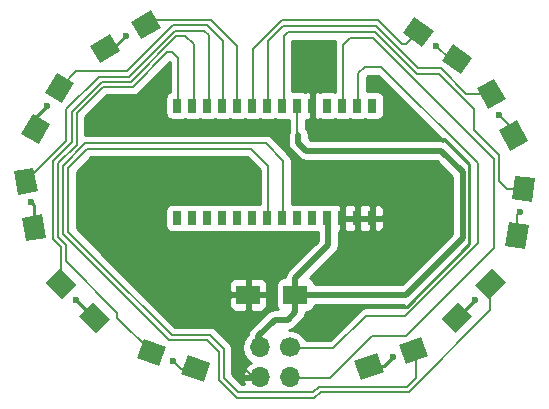
<source format=gbl>
G04 #@! TF.FileFunction,Copper,L2,Bot,Signal*
%FSLAX46Y46*%
G04 Gerber Fmt 4.6, Leading zero omitted, Abs format (unit mm)*
G04 Created by KiCad (PCBNEW 4.0.7) date 06/13/18 17:28:52*
%MOMM*%
%LPD*%
G01*
G04 APERTURE LIST*
%ADD10C,0.100000*%
%ADD11C,1.700000*%
%ADD12O,1.700000X1.700000*%
%ADD13R,2.000000X1.600000*%
%ADD14R,0.762000X1.143000*%
%ADD15C,0.600000*%
%ADD16C,0.200000*%
%ADD17C,0.500000*%
%ADD18C,0.250000*%
%ADD19C,0.254000*%
G04 APERTURE END LIST*
D10*
D11*
X101270000Y-115730000D03*
D12*
X101270000Y-118270000D03*
X98730000Y-115730000D03*
X98730000Y-118270000D03*
D10*
G36*
X118360280Y-109037638D02*
X119562362Y-110239720D01*
X118148148Y-111653934D01*
X116946066Y-110451852D01*
X118360280Y-109037638D01*
X118360280Y-109037638D01*
G37*
G36*
X115531852Y-111866066D02*
X116733934Y-113068148D01*
X115319720Y-114482362D01*
X114117638Y-113280280D01*
X115531852Y-111866066D01*
X115531852Y-111866066D01*
G37*
G36*
X112383360Y-114824701D02*
X112964795Y-116422179D01*
X111085410Y-117106219D01*
X110503975Y-115508741D01*
X112383360Y-114824701D01*
X112383360Y-114824701D01*
G37*
G36*
X108624590Y-116192781D02*
X109206025Y-117790259D01*
X107326640Y-118474299D01*
X106745205Y-116876821D01*
X108624590Y-116192781D01*
X108624590Y-116192781D01*
G37*
G36*
X120352791Y-101177899D02*
X122036247Y-101414493D01*
X121757901Y-103395029D01*
X120074445Y-103158435D01*
X120352791Y-101177899D01*
X120352791Y-101177899D01*
G37*
G36*
X119796099Y-105138971D02*
X121479555Y-105375565D01*
X121201209Y-107356101D01*
X119517753Y-107119507D01*
X119796099Y-105138971D01*
X119796099Y-105138971D01*
G37*
G36*
X117094080Y-93762208D02*
X118595091Y-92964107D01*
X119534034Y-94730002D01*
X118033023Y-95528103D01*
X117094080Y-93762208D01*
X117094080Y-93762208D01*
G37*
G36*
X118971966Y-97293998D02*
X120472977Y-96495897D01*
X121411920Y-98261792D01*
X119910909Y-99059893D01*
X118971966Y-97293998D01*
X118971966Y-97293998D01*
G37*
G36*
X110847004Y-89145550D02*
X111822084Y-87752991D01*
X113460388Y-88900144D01*
X112485308Y-90292703D01*
X110847004Y-89145550D01*
X110847004Y-89145550D01*
G37*
G36*
X114123612Y-91439856D02*
X115098692Y-90047297D01*
X116736996Y-91194450D01*
X115761916Y-92587009D01*
X114123612Y-91439856D01*
X114123612Y-91439856D01*
G37*
G36*
X89549076Y-87171878D02*
X90399076Y-88644122D01*
X88667026Y-89644122D01*
X87817026Y-88171878D01*
X89549076Y-87171878D01*
X89549076Y-87171878D01*
G37*
G36*
X86084974Y-89171878D02*
X86934974Y-90644122D01*
X85202924Y-91644122D01*
X84352924Y-90171878D01*
X86084974Y-89171878D01*
X86084974Y-89171878D01*
G37*
G36*
X81535878Y-92480924D02*
X83008122Y-93330924D01*
X82008122Y-95062974D01*
X80535878Y-94212974D01*
X81535878Y-92480924D01*
X81535878Y-92480924D01*
G37*
G36*
X79535878Y-95945026D02*
X81008122Y-96795026D01*
X80008122Y-98527076D01*
X78535878Y-97677076D01*
X79535878Y-95945026D01*
X79535878Y-95945026D01*
G37*
G36*
X77889969Y-100825177D02*
X79564142Y-100529975D01*
X79911439Y-102499591D01*
X78237266Y-102794793D01*
X77889969Y-100825177D01*
X77889969Y-100825177D01*
G37*
G36*
X78584561Y-104764409D02*
X80258734Y-104469207D01*
X80606031Y-106438823D01*
X78931858Y-106734025D01*
X78584561Y-104764409D01*
X78584561Y-104764409D01*
G37*
G36*
X80589638Y-110239720D02*
X81791720Y-109037638D01*
X83205934Y-110451852D01*
X82003852Y-111653934D01*
X80589638Y-110239720D01*
X80589638Y-110239720D01*
G37*
G36*
X83418066Y-113068148D02*
X84620148Y-111866066D01*
X86034362Y-113280280D01*
X84832280Y-114482362D01*
X83418066Y-113068148D01*
X83418066Y-113068148D01*
G37*
G36*
X88330205Y-116612679D02*
X88911640Y-115015201D01*
X90791025Y-115699241D01*
X90209590Y-117296719D01*
X88330205Y-116612679D01*
X88330205Y-116612679D01*
G37*
G36*
X92088975Y-117980759D02*
X92670410Y-116383281D01*
X94549795Y-117067321D01*
X93968360Y-118664799D01*
X92088975Y-117980759D01*
X92088975Y-117980759D01*
G37*
D13*
X101745800Y-111252000D03*
X97745800Y-111252000D03*
D14*
X91745000Y-95250200D03*
X93015000Y-95250200D03*
X94285000Y-95250200D03*
X95555000Y-95250200D03*
X96825000Y-95250200D03*
X98095000Y-95250200D03*
X99365000Y-95250200D03*
X100635000Y-95250200D03*
X101905000Y-95250200D03*
X103175000Y-95250200D03*
X105715000Y-95250200D03*
X104445000Y-95250200D03*
X106985000Y-95250200D03*
X108255000Y-95250200D03*
X108255000Y-104775200D03*
X106985000Y-104775200D03*
X105715000Y-104775200D03*
X104445000Y-104775200D03*
X103175000Y-104775200D03*
X101905000Y-104775200D03*
X100635000Y-104775200D03*
X99365000Y-104775200D03*
X98095000Y-104775200D03*
X96825000Y-104775200D03*
X95555000Y-104775200D03*
X94285000Y-104775200D03*
X93015000Y-104775200D03*
X91745000Y-104775200D03*
D15*
X94996000Y-109728000D03*
X104140000Y-109728000D03*
X94996000Y-112268000D03*
X104140000Y-112268000D03*
X91389200Y-116878100D03*
X83174840Y-111749840D03*
X79364840Y-103444040D03*
X80736440Y-95290640D03*
X87401400Y-89347040D03*
X113665000Y-90170000D03*
X118999000Y-96012000D03*
X120777000Y-104267000D03*
X116954300Y-111709200D03*
X110032800Y-116573300D03*
D16*
X101905000Y-95250200D02*
X101905000Y-97841000D01*
X101905000Y-97841000D02*
X101981000Y-97917000D01*
D17*
X101745800Y-111252000D02*
X101745800Y-109823500D01*
X104521000Y-107048300D02*
X104521000Y-104851200D01*
X101745800Y-109823500D02*
X104521000Y-107048300D01*
X101981000Y-97713800D02*
X101981000Y-97917000D01*
X101981000Y-97917000D02*
X101981000Y-98402140D01*
X111099600Y-111252000D02*
X101745800Y-111252000D01*
X115895120Y-106456480D02*
X111099600Y-111252000D01*
X115895120Y-100904040D02*
X115895120Y-106456480D01*
X114071400Y-99080320D02*
X115895120Y-100904040D01*
X102659180Y-99080320D02*
X114071400Y-99080320D01*
X101981000Y-98402140D02*
X102659180Y-99080320D01*
X98567240Y-115813840D02*
X98567240Y-114792760D01*
X98567240Y-114792760D02*
X99974400Y-113385600D01*
X99974400Y-113385600D02*
X101079300Y-113385600D01*
X101079300Y-113385600D02*
X101745800Y-112719100D01*
X101745800Y-112719100D02*
X101745800Y-111252000D01*
D16*
X101981000Y-97713800D02*
X101983540Y-97716340D01*
X105715000Y-104775200D02*
X105715000Y-108153000D01*
X96520000Y-111252000D02*
X97745800Y-111252000D01*
X94996000Y-109728000D02*
X96520000Y-111252000D01*
X105715000Y-108153000D02*
X104140000Y-109728000D01*
D18*
X103251000Y-95326200D02*
X103251000Y-97663000D01*
X96012000Y-111252000D02*
X97745800Y-111252000D01*
X94996000Y-112268000D02*
X96012000Y-111252000D01*
X111209756Y-112268000D02*
X104140000Y-112268000D01*
X116470122Y-107007634D02*
X111209756Y-112268000D01*
X116470122Y-100214122D02*
X116470122Y-107007634D01*
X114300000Y-98044000D02*
X116470122Y-100214122D01*
X103632000Y-98044000D02*
X114300000Y-98044000D01*
X103251000Y-97663000D02*
X103632000Y-98044000D01*
D16*
X98567240Y-118353840D02*
X98237040Y-118353840D01*
X98237040Y-118353840D02*
X96545400Y-116662200D01*
X97786440Y-113135160D02*
X97786440Y-111170720D01*
X96545400Y-114376200D02*
X97786440Y-113135160D01*
X96545400Y-116662200D02*
X96545400Y-114376200D01*
X98567240Y-118353840D02*
X98432620Y-118353840D01*
X93319385Y-117524040D02*
X92035140Y-117524040D01*
X92035140Y-117524040D02*
X91389200Y-116878100D01*
D18*
X84726214Y-113174214D02*
X84599214Y-113174214D01*
X84599214Y-113174214D02*
X83174840Y-111749840D01*
X79595296Y-105601616D02*
X79595296Y-103674496D01*
X79595296Y-103674496D02*
X79364840Y-103444040D01*
X79772000Y-97236051D02*
X79772000Y-96255080D01*
X79772000Y-96255080D02*
X80736440Y-95290640D01*
X85643949Y-90408000D02*
X86340440Y-90408000D01*
X86340440Y-90408000D02*
X87401400Y-89347040D01*
D16*
X115430304Y-91317153D02*
X114812153Y-91317153D01*
X114812153Y-91317153D02*
X113665000Y-90170000D01*
X118999000Y-96012000D02*
X120191943Y-97204943D01*
X120191943Y-97204943D02*
X120191943Y-97777895D01*
X120498654Y-106247536D02*
X120498654Y-104545346D01*
X120498654Y-104545346D02*
X120777000Y-104267000D01*
D18*
X115425786Y-113174214D02*
X115489286Y-113174214D01*
X115489286Y-113174214D02*
X116954300Y-111709200D01*
X115425786Y-113174214D02*
X115501986Y-113174214D01*
X109272560Y-117333540D02*
X110032800Y-116573300D01*
X107975615Y-117333540D02*
X109272560Y-117333540D01*
D16*
X91841320Y-95323660D02*
X91841320Y-91257120D01*
X91841320Y-91257120D02*
X91313000Y-90728800D01*
X91313000Y-90728800D02*
X90876120Y-90728800D01*
X90876120Y-90728800D02*
X87955120Y-93649800D01*
X87955120Y-93649800D02*
X85486240Y-93649800D01*
X85486240Y-93649800D02*
X83215480Y-95920560D01*
X83215480Y-95920560D02*
X83215480Y-98567240D01*
X83215480Y-98567240D02*
X81666080Y-100116640D01*
X81666080Y-100116640D02*
X81666080Y-106385360D01*
X81666080Y-106385360D02*
X82326480Y-107045760D01*
X82326480Y-107045760D02*
X82326480Y-108422440D01*
X82326480Y-108422440D02*
X86680040Y-112776000D01*
X86680040Y-112776000D02*
X86680040Y-113275385D01*
X86680040Y-113275385D02*
X89560615Y-116155960D01*
X93131640Y-95300800D02*
X93131640Y-90073480D01*
X93131640Y-90073480D02*
X92410280Y-89352120D01*
X92410280Y-89352120D02*
X91658440Y-89352120D01*
X91658440Y-89352120D02*
X87797640Y-93212920D01*
X87797640Y-93212920D02*
X85338920Y-93212920D01*
X85338920Y-93212920D02*
X82788760Y-95763080D01*
X82788760Y-95763080D02*
X82788760Y-98343720D01*
X82788760Y-98343720D02*
X81193640Y-99938840D01*
X81193640Y-99938840D02*
X81193640Y-106527600D01*
X81193640Y-106527600D02*
X81897786Y-107231746D01*
X81897786Y-107231746D02*
X81897786Y-110345786D01*
D18*
X82023654Y-110345786D02*
X81897786Y-110345786D01*
D16*
X94401640Y-95260160D02*
X94401640Y-89296240D01*
X94401640Y-89296240D02*
X94035880Y-88930480D01*
X94035880Y-88930480D02*
X91511120Y-88930480D01*
X91511120Y-88930480D02*
X87640160Y-92801440D01*
X87640160Y-92801440D02*
X85095080Y-92801440D01*
X85095080Y-92801440D02*
X82341720Y-95554800D01*
X82341720Y-95554800D02*
X82341720Y-98221368D01*
X82341720Y-98221368D02*
X78900704Y-101662384D01*
X95631000Y-95321120D02*
X95631000Y-89794080D01*
X95631000Y-89794080D02*
X94269560Y-88432640D01*
X94269560Y-88432640D02*
X91363800Y-88432640D01*
X91363800Y-88432640D02*
X87452200Y-92344240D01*
X87452200Y-92344240D02*
X83199709Y-92344240D01*
X83199709Y-92344240D02*
X81772000Y-93771949D01*
X96840040Y-95239840D02*
X96840040Y-90246200D01*
X96840040Y-90246200D02*
X94609920Y-88016080D01*
X94609920Y-88016080D02*
X89108051Y-88016080D01*
D18*
X89108051Y-88574651D02*
X89108051Y-88016080D01*
D16*
X98150680Y-95239840D02*
X98150680Y-90444320D01*
X111133543Y-90043000D02*
X112153696Y-89022847D01*
X110744000Y-90043000D02*
X111133543Y-90043000D01*
X108712000Y-88011000D02*
X110744000Y-90043000D01*
X100584000Y-88011000D02*
X108712000Y-88011000D01*
X98150680Y-90444320D02*
X100584000Y-88011000D01*
D18*
X112556616Y-89237237D02*
X111563837Y-89237237D01*
D16*
X99420680Y-95300800D02*
X99420680Y-89809320D01*
X116217105Y-94246105D02*
X118314057Y-94246105D01*
X114046000Y-92075000D02*
X116217105Y-94246105D01*
X112141000Y-92075000D02*
X114046000Y-92075000D01*
X108585000Y-88519000D02*
X112141000Y-92075000D01*
X100711000Y-88519000D02*
X108585000Y-88519000D01*
X99420680Y-89809320D02*
X100711000Y-88519000D01*
X100751640Y-95422720D02*
X100751640Y-89367360D01*
X119685464Y-102286464D02*
X121055346Y-102286464D01*
X118999000Y-101600000D02*
X119685464Y-102286464D01*
X118999000Y-99441000D02*
X118999000Y-101600000D01*
X116840000Y-97282000D02*
X118999000Y-99441000D01*
X116840000Y-95504000D02*
X116840000Y-97282000D01*
X113919000Y-92583000D02*
X116840000Y-95504000D01*
X112014000Y-92583000D02*
X113919000Y-92583000D01*
X108458000Y-89027000D02*
X112014000Y-92583000D01*
X101092000Y-89027000D02*
X108458000Y-89027000D01*
X100751640Y-89367360D02*
X101092000Y-89027000D01*
X100711000Y-104851200D02*
X100711000Y-99949000D01*
X118254214Y-112593686D02*
X118254214Y-110345786D01*
X111381540Y-119466360D02*
X118254214Y-112593686D01*
X103906320Y-119466360D02*
X111381540Y-119466360D01*
X103357680Y-120015000D02*
X103906320Y-119466360D01*
X96758760Y-120015000D02*
X103357680Y-120015000D01*
X95262700Y-118518940D02*
X96758760Y-120015000D01*
X95262700Y-116103400D02*
X95262700Y-118518940D01*
X94292420Y-115133120D02*
X95262700Y-116103400D01*
X91053920Y-115133120D02*
X94292420Y-115133120D01*
X83972400Y-108051600D02*
X91053920Y-115133120D01*
X83972400Y-108051600D02*
X83972400Y-108051600D01*
X82069940Y-106149140D02*
X83972400Y-108051600D01*
X82069940Y-100350320D02*
X82069940Y-106149140D01*
X83969860Y-98450400D02*
X82069940Y-100350320D01*
X99212400Y-98450400D02*
X83969860Y-98450400D01*
X100711000Y-99949000D02*
X99212400Y-98450400D01*
X105791000Y-95326200D02*
X105791000Y-90081100D01*
X104637840Y-118353840D02*
X101107240Y-118353840D01*
X108244640Y-114747040D02*
X104637840Y-118353840D01*
X111147860Y-114747040D02*
X108244640Y-114747040D01*
X118577360Y-107317540D02*
X111147860Y-114747040D01*
X118577360Y-99773740D02*
X118577360Y-107317540D01*
X108300520Y-89496900D02*
X118577360Y-99773740D01*
X106375200Y-89496900D02*
X108300520Y-89496900D01*
X105791000Y-90081100D02*
X106375200Y-89496900D01*
X107061000Y-95326200D02*
X107061000Y-92519500D01*
X104968040Y-115813840D02*
X101107240Y-115813840D01*
X107736640Y-113045240D02*
X104968040Y-115813840D01*
X111033560Y-113045240D02*
X107736640Y-113045240D01*
X117180360Y-106898440D02*
X111033560Y-113045240D01*
X117180360Y-100136960D02*
X117180360Y-106898440D01*
X109024420Y-91981020D02*
X117180360Y-100136960D01*
X107599480Y-91981020D02*
X109024420Y-91981020D01*
X107061000Y-92519500D02*
X107599480Y-91981020D01*
X99441000Y-104851200D02*
X99441000Y-100363020D01*
X111937585Y-118323575D02*
X111937585Y-115965460D01*
X111216440Y-119044720D02*
X111937585Y-118323575D01*
X103710740Y-119044720D02*
X111216440Y-119044720D01*
X103216662Y-119538798D02*
X103710740Y-119044720D01*
X96895920Y-119538798D02*
X103216662Y-119538798D01*
X95666560Y-118309438D02*
X96895920Y-119538798D01*
X95666560Y-115895120D02*
X95666560Y-118309438D01*
X94477840Y-114706400D02*
X95666560Y-115895120D01*
X91257120Y-114706400D02*
X94477840Y-114706400D01*
X85105240Y-108554520D02*
X91257120Y-114706400D01*
X85105240Y-108549440D02*
X85105240Y-108554520D01*
X82499200Y-105943400D02*
X85105240Y-108549440D01*
X82499200Y-100528120D02*
X82499200Y-105943400D01*
X84124800Y-98902520D02*
X82499200Y-100528120D01*
X97980500Y-98902520D02*
X84124800Y-98902520D01*
X99441000Y-100363020D02*
X97980500Y-98902520D01*
D19*
G36*
X98706000Y-100667467D02*
X98706000Y-103602836D01*
X98476000Y-103556260D01*
X97714000Y-103556260D01*
X97478683Y-103600538D01*
X97462901Y-103610693D01*
X97457890Y-103607269D01*
X97206000Y-103556260D01*
X96444000Y-103556260D01*
X96208683Y-103600538D01*
X96192901Y-103610693D01*
X96187890Y-103607269D01*
X95936000Y-103556260D01*
X95174000Y-103556260D01*
X94938683Y-103600538D01*
X94922901Y-103610693D01*
X94917890Y-103607269D01*
X94666000Y-103556260D01*
X93904000Y-103556260D01*
X93668683Y-103600538D01*
X93652901Y-103610693D01*
X93647890Y-103607269D01*
X93396000Y-103556260D01*
X92634000Y-103556260D01*
X92398683Y-103600538D01*
X92382901Y-103610693D01*
X92377890Y-103607269D01*
X92126000Y-103556260D01*
X91364000Y-103556260D01*
X91128683Y-103600538D01*
X90912559Y-103739610D01*
X90767569Y-103951810D01*
X90716560Y-104203700D01*
X90716560Y-105346700D01*
X90760838Y-105582017D01*
X90899910Y-105798141D01*
X91112110Y-105943131D01*
X91364000Y-105994140D01*
X92126000Y-105994140D01*
X92361317Y-105949862D01*
X92377099Y-105939707D01*
X92382110Y-105943131D01*
X92634000Y-105994140D01*
X93396000Y-105994140D01*
X93631317Y-105949862D01*
X93647099Y-105939707D01*
X93652110Y-105943131D01*
X93904000Y-105994140D01*
X94666000Y-105994140D01*
X94901317Y-105949862D01*
X94917099Y-105939707D01*
X94922110Y-105943131D01*
X95174000Y-105994140D01*
X95936000Y-105994140D01*
X96171317Y-105949862D01*
X96187099Y-105939707D01*
X96192110Y-105943131D01*
X96444000Y-105994140D01*
X97206000Y-105994140D01*
X97441317Y-105949862D01*
X97457099Y-105939707D01*
X97462110Y-105943131D01*
X97714000Y-105994140D01*
X98476000Y-105994140D01*
X98711317Y-105949862D01*
X98727099Y-105939707D01*
X98732110Y-105943131D01*
X98984000Y-105994140D01*
X99746000Y-105994140D01*
X99981317Y-105949862D01*
X99997099Y-105939707D01*
X100002110Y-105943131D01*
X100254000Y-105994140D01*
X101016000Y-105994140D01*
X101251317Y-105949862D01*
X101267099Y-105939707D01*
X101272110Y-105943131D01*
X101524000Y-105994140D01*
X102286000Y-105994140D01*
X102521317Y-105949862D01*
X102537099Y-105939707D01*
X102542110Y-105943131D01*
X102794000Y-105994140D01*
X103556000Y-105994140D01*
X103636000Y-105979087D01*
X103636000Y-106681721D01*
X101120010Y-109197710D01*
X100928167Y-109484825D01*
X100916990Y-109541016D01*
X100864566Y-109804560D01*
X100745800Y-109804560D01*
X100510483Y-109848838D01*
X100294359Y-109987910D01*
X100149369Y-110200110D01*
X100098360Y-110452000D01*
X100098360Y-112052000D01*
X100142638Y-112287317D01*
X100279882Y-112500600D01*
X99974405Y-112500600D01*
X99974400Y-112500599D01*
X99691916Y-112556790D01*
X99635725Y-112567967D01*
X99348610Y-112759810D01*
X99348608Y-112759813D01*
X97941450Y-114166970D01*
X97749607Y-114454085D01*
X97749607Y-114454086D01*
X97712930Y-114638467D01*
X97650853Y-114679946D01*
X97328946Y-115161715D01*
X97215907Y-115730000D01*
X97328946Y-116298285D01*
X97650853Y-116780054D01*
X97991553Y-117007702D01*
X97848642Y-117074817D01*
X97458355Y-117503076D01*
X97288524Y-117913110D01*
X97409845Y-118143000D01*
X98603000Y-118143000D01*
X98603000Y-118123000D01*
X98857000Y-118123000D01*
X98857000Y-118143000D01*
X98877000Y-118143000D01*
X98877000Y-118397000D01*
X98857000Y-118397000D01*
X98857000Y-118417000D01*
X98603000Y-118417000D01*
X98603000Y-118397000D01*
X97409845Y-118397000D01*
X97288524Y-118626890D01*
X97361797Y-118803798D01*
X97200367Y-118803798D01*
X96401560Y-118004992D01*
X96401560Y-115895120D01*
X96345611Y-115613848D01*
X96325451Y-115583676D01*
X96186284Y-115375397D01*
X94997563Y-114186677D01*
X94759112Y-114027349D01*
X94721251Y-114019818D01*
X94477840Y-113971400D01*
X91561567Y-113971400D01*
X89127917Y-111537750D01*
X96110800Y-111537750D01*
X96110800Y-112178310D01*
X96207473Y-112411699D01*
X96386102Y-112590327D01*
X96619491Y-112687000D01*
X97460050Y-112687000D01*
X97618800Y-112528250D01*
X97618800Y-111379000D01*
X97872800Y-111379000D01*
X97872800Y-112528250D01*
X98031550Y-112687000D01*
X98872109Y-112687000D01*
X99105498Y-112590327D01*
X99284127Y-112411699D01*
X99380800Y-112178310D01*
X99380800Y-111537750D01*
X99222050Y-111379000D01*
X97872800Y-111379000D01*
X97618800Y-111379000D01*
X96269550Y-111379000D01*
X96110800Y-111537750D01*
X89127917Y-111537750D01*
X87915857Y-110325690D01*
X96110800Y-110325690D01*
X96110800Y-110966250D01*
X96269550Y-111125000D01*
X97618800Y-111125000D01*
X97618800Y-109975750D01*
X97872800Y-109975750D01*
X97872800Y-111125000D01*
X99222050Y-111125000D01*
X99380800Y-110966250D01*
X99380800Y-110325690D01*
X99284127Y-110092301D01*
X99105498Y-109913673D01*
X98872109Y-109817000D01*
X98031550Y-109817000D01*
X97872800Y-109975750D01*
X97618800Y-109975750D01*
X97460050Y-109817000D01*
X96619491Y-109817000D01*
X96386102Y-109913673D01*
X96207473Y-110092301D01*
X96110800Y-110325690D01*
X87915857Y-110325690D01*
X85635194Y-108045028D01*
X85624963Y-108029716D01*
X83234200Y-105638954D01*
X83234200Y-100832566D01*
X84429247Y-99637520D01*
X97676054Y-99637520D01*
X98706000Y-100667467D01*
X98706000Y-100667467D01*
G37*
X98706000Y-100667467D02*
X98706000Y-103602836D01*
X98476000Y-103556260D01*
X97714000Y-103556260D01*
X97478683Y-103600538D01*
X97462901Y-103610693D01*
X97457890Y-103607269D01*
X97206000Y-103556260D01*
X96444000Y-103556260D01*
X96208683Y-103600538D01*
X96192901Y-103610693D01*
X96187890Y-103607269D01*
X95936000Y-103556260D01*
X95174000Y-103556260D01*
X94938683Y-103600538D01*
X94922901Y-103610693D01*
X94917890Y-103607269D01*
X94666000Y-103556260D01*
X93904000Y-103556260D01*
X93668683Y-103600538D01*
X93652901Y-103610693D01*
X93647890Y-103607269D01*
X93396000Y-103556260D01*
X92634000Y-103556260D01*
X92398683Y-103600538D01*
X92382901Y-103610693D01*
X92377890Y-103607269D01*
X92126000Y-103556260D01*
X91364000Y-103556260D01*
X91128683Y-103600538D01*
X90912559Y-103739610D01*
X90767569Y-103951810D01*
X90716560Y-104203700D01*
X90716560Y-105346700D01*
X90760838Y-105582017D01*
X90899910Y-105798141D01*
X91112110Y-105943131D01*
X91364000Y-105994140D01*
X92126000Y-105994140D01*
X92361317Y-105949862D01*
X92377099Y-105939707D01*
X92382110Y-105943131D01*
X92634000Y-105994140D01*
X93396000Y-105994140D01*
X93631317Y-105949862D01*
X93647099Y-105939707D01*
X93652110Y-105943131D01*
X93904000Y-105994140D01*
X94666000Y-105994140D01*
X94901317Y-105949862D01*
X94917099Y-105939707D01*
X94922110Y-105943131D01*
X95174000Y-105994140D01*
X95936000Y-105994140D01*
X96171317Y-105949862D01*
X96187099Y-105939707D01*
X96192110Y-105943131D01*
X96444000Y-105994140D01*
X97206000Y-105994140D01*
X97441317Y-105949862D01*
X97457099Y-105939707D01*
X97462110Y-105943131D01*
X97714000Y-105994140D01*
X98476000Y-105994140D01*
X98711317Y-105949862D01*
X98727099Y-105939707D01*
X98732110Y-105943131D01*
X98984000Y-105994140D01*
X99746000Y-105994140D01*
X99981317Y-105949862D01*
X99997099Y-105939707D01*
X100002110Y-105943131D01*
X100254000Y-105994140D01*
X101016000Y-105994140D01*
X101251317Y-105949862D01*
X101267099Y-105939707D01*
X101272110Y-105943131D01*
X101524000Y-105994140D01*
X102286000Y-105994140D01*
X102521317Y-105949862D01*
X102537099Y-105939707D01*
X102542110Y-105943131D01*
X102794000Y-105994140D01*
X103556000Y-105994140D01*
X103636000Y-105979087D01*
X103636000Y-106681721D01*
X101120010Y-109197710D01*
X100928167Y-109484825D01*
X100916990Y-109541016D01*
X100864566Y-109804560D01*
X100745800Y-109804560D01*
X100510483Y-109848838D01*
X100294359Y-109987910D01*
X100149369Y-110200110D01*
X100098360Y-110452000D01*
X100098360Y-112052000D01*
X100142638Y-112287317D01*
X100279882Y-112500600D01*
X99974405Y-112500600D01*
X99974400Y-112500599D01*
X99691916Y-112556790D01*
X99635725Y-112567967D01*
X99348610Y-112759810D01*
X99348608Y-112759813D01*
X97941450Y-114166970D01*
X97749607Y-114454085D01*
X97749607Y-114454086D01*
X97712930Y-114638467D01*
X97650853Y-114679946D01*
X97328946Y-115161715D01*
X97215907Y-115730000D01*
X97328946Y-116298285D01*
X97650853Y-116780054D01*
X97991553Y-117007702D01*
X97848642Y-117074817D01*
X97458355Y-117503076D01*
X97288524Y-117913110D01*
X97409845Y-118143000D01*
X98603000Y-118143000D01*
X98603000Y-118123000D01*
X98857000Y-118123000D01*
X98857000Y-118143000D01*
X98877000Y-118143000D01*
X98877000Y-118397000D01*
X98857000Y-118397000D01*
X98857000Y-118417000D01*
X98603000Y-118417000D01*
X98603000Y-118397000D01*
X97409845Y-118397000D01*
X97288524Y-118626890D01*
X97361797Y-118803798D01*
X97200367Y-118803798D01*
X96401560Y-118004992D01*
X96401560Y-115895120D01*
X96345611Y-115613848D01*
X96325451Y-115583676D01*
X96186284Y-115375397D01*
X94997563Y-114186677D01*
X94759112Y-114027349D01*
X94721251Y-114019818D01*
X94477840Y-113971400D01*
X91561567Y-113971400D01*
X89127917Y-111537750D01*
X96110800Y-111537750D01*
X96110800Y-112178310D01*
X96207473Y-112411699D01*
X96386102Y-112590327D01*
X96619491Y-112687000D01*
X97460050Y-112687000D01*
X97618800Y-112528250D01*
X97618800Y-111379000D01*
X97872800Y-111379000D01*
X97872800Y-112528250D01*
X98031550Y-112687000D01*
X98872109Y-112687000D01*
X99105498Y-112590327D01*
X99284127Y-112411699D01*
X99380800Y-112178310D01*
X99380800Y-111537750D01*
X99222050Y-111379000D01*
X97872800Y-111379000D01*
X97618800Y-111379000D01*
X96269550Y-111379000D01*
X96110800Y-111537750D01*
X89127917Y-111537750D01*
X87915857Y-110325690D01*
X96110800Y-110325690D01*
X96110800Y-110966250D01*
X96269550Y-111125000D01*
X97618800Y-111125000D01*
X97618800Y-109975750D01*
X97872800Y-109975750D01*
X97872800Y-111125000D01*
X99222050Y-111125000D01*
X99380800Y-110966250D01*
X99380800Y-110325690D01*
X99284127Y-110092301D01*
X99105498Y-109913673D01*
X98872109Y-109817000D01*
X98031550Y-109817000D01*
X97872800Y-109975750D01*
X97618800Y-109975750D01*
X97460050Y-109817000D01*
X96619491Y-109817000D01*
X96386102Y-109913673D01*
X96207473Y-110092301D01*
X96110800Y-110325690D01*
X87915857Y-110325690D01*
X85635194Y-108045028D01*
X85624963Y-108029716D01*
X83234200Y-105638954D01*
X83234200Y-100832566D01*
X84429247Y-99637520D01*
X97676054Y-99637520D01*
X98706000Y-100667467D01*
G36*
X110729114Y-112310240D02*
X107736640Y-112310240D01*
X107455368Y-112366189D01*
X107216917Y-112525516D01*
X104663594Y-115078840D01*
X102607719Y-115078840D01*
X102529656Y-114889914D01*
X102112283Y-114471812D01*
X101566681Y-114245258D01*
X101208276Y-114244946D01*
X101361784Y-114214410D01*
X101417975Y-114203233D01*
X101705090Y-114011390D01*
X101705091Y-114011389D01*
X102371587Y-113344892D01*
X102371590Y-113344890D01*
X102563433Y-113057775D01*
X102630800Y-112719100D01*
X102630800Y-112699440D01*
X102745800Y-112699440D01*
X102981117Y-112655162D01*
X103197241Y-112516090D01*
X103342231Y-112303890D01*
X103376027Y-112137000D01*
X110902354Y-112137000D01*
X110729114Y-112310240D01*
X110729114Y-112310240D01*
G37*
X110729114Y-112310240D02*
X107736640Y-112310240D01*
X107455368Y-112366189D01*
X107216917Y-112525516D01*
X104663594Y-115078840D01*
X102607719Y-115078840D01*
X102529656Y-114889914D01*
X102112283Y-114471812D01*
X101566681Y-114245258D01*
X101208276Y-114244946D01*
X101361784Y-114214410D01*
X101417975Y-114203233D01*
X101705090Y-114011390D01*
X101705091Y-114011389D01*
X102371587Y-113344892D01*
X102371590Y-113344890D01*
X102563433Y-113057775D01*
X102630800Y-112719100D01*
X102630800Y-112699440D01*
X102745800Y-112699440D01*
X102981117Y-112655162D01*
X103197241Y-112516090D01*
X103342231Y-112303890D01*
X103376027Y-112137000D01*
X110902354Y-112137000D01*
X110729114Y-112310240D01*
G36*
X91106320Y-91561567D02*
X91106320Y-94089928D01*
X90912559Y-94214610D01*
X90767569Y-94426810D01*
X90716560Y-94678700D01*
X90716560Y-95821700D01*
X90760838Y-96057017D01*
X90899910Y-96273141D01*
X91112110Y-96418131D01*
X91364000Y-96469140D01*
X92126000Y-96469140D01*
X92361317Y-96424862D01*
X92377099Y-96414707D01*
X92382110Y-96418131D01*
X92634000Y-96469140D01*
X93396000Y-96469140D01*
X93631317Y-96424862D01*
X93647099Y-96414707D01*
X93652110Y-96418131D01*
X93904000Y-96469140D01*
X94666000Y-96469140D01*
X94901317Y-96424862D01*
X94917099Y-96414707D01*
X94922110Y-96418131D01*
X95174000Y-96469140D01*
X95936000Y-96469140D01*
X96171317Y-96424862D01*
X96187099Y-96414707D01*
X96192110Y-96418131D01*
X96444000Y-96469140D01*
X97206000Y-96469140D01*
X97441317Y-96424862D01*
X97457099Y-96414707D01*
X97462110Y-96418131D01*
X97714000Y-96469140D01*
X98476000Y-96469140D01*
X98711317Y-96424862D01*
X98727099Y-96414707D01*
X98732110Y-96418131D01*
X98984000Y-96469140D01*
X99746000Y-96469140D01*
X99981317Y-96424862D01*
X99997099Y-96414707D01*
X100002110Y-96418131D01*
X100254000Y-96469140D01*
X101016000Y-96469140D01*
X101170000Y-96440163D01*
X101170000Y-97365198D01*
X101163367Y-97375125D01*
X101096000Y-97713800D01*
X101096000Y-98402135D01*
X101095999Y-98402140D01*
X101152041Y-98683878D01*
X101163367Y-98740815D01*
X101283947Y-98921277D01*
X101355210Y-99027930D01*
X102033388Y-99706107D01*
X102033390Y-99706110D01*
X102320505Y-99897953D01*
X102659180Y-99965320D01*
X113704820Y-99965320D01*
X115010120Y-101270619D01*
X115010120Y-106089901D01*
X110733020Y-110367000D01*
X103377246Y-110367000D01*
X103348962Y-110216683D01*
X103209890Y-110000559D01*
X102997690Y-109855569D01*
X102970764Y-109850116D01*
X105146787Y-107674092D01*
X105146790Y-107674090D01*
X105338633Y-107386975D01*
X105406000Y-107048300D01*
X105406000Y-105981700D01*
X105429250Y-105981700D01*
X105588000Y-105822950D01*
X105588000Y-104902200D01*
X105842000Y-104902200D01*
X105842000Y-105822950D01*
X106000750Y-105981700D01*
X106222309Y-105981700D01*
X106350000Y-105928809D01*
X106477691Y-105981700D01*
X106699250Y-105981700D01*
X106858000Y-105822950D01*
X106858000Y-104902200D01*
X107112000Y-104902200D01*
X107112000Y-105822950D01*
X107270750Y-105981700D01*
X107492309Y-105981700D01*
X107620000Y-105928809D01*
X107747691Y-105981700D01*
X107969250Y-105981700D01*
X108128000Y-105822950D01*
X108128000Y-104902200D01*
X108382000Y-104902200D01*
X108382000Y-105822950D01*
X108540750Y-105981700D01*
X108762309Y-105981700D01*
X108995698Y-105885027D01*
X109174327Y-105706399D01*
X109271000Y-105473010D01*
X109271000Y-105060950D01*
X109112250Y-104902200D01*
X108382000Y-104902200D01*
X108128000Y-104902200D01*
X107112000Y-104902200D01*
X106858000Y-104902200D01*
X105842000Y-104902200D01*
X105588000Y-104902200D01*
X105568000Y-104902200D01*
X105568000Y-104648200D01*
X105588000Y-104648200D01*
X105588000Y-103727450D01*
X105842000Y-103727450D01*
X105842000Y-104648200D01*
X106858000Y-104648200D01*
X106858000Y-103727450D01*
X107112000Y-103727450D01*
X107112000Y-104648200D01*
X108128000Y-104648200D01*
X108128000Y-103727450D01*
X108382000Y-103727450D01*
X108382000Y-104648200D01*
X109112250Y-104648200D01*
X109271000Y-104489450D01*
X109271000Y-104077390D01*
X109174327Y-103844001D01*
X108995698Y-103665373D01*
X108762309Y-103568700D01*
X108540750Y-103568700D01*
X108382000Y-103727450D01*
X108128000Y-103727450D01*
X107969250Y-103568700D01*
X107747691Y-103568700D01*
X107620000Y-103621591D01*
X107492309Y-103568700D01*
X107270750Y-103568700D01*
X107112000Y-103727450D01*
X106858000Y-103727450D01*
X106699250Y-103568700D01*
X106477691Y-103568700D01*
X106350000Y-103621591D01*
X106222309Y-103568700D01*
X106000750Y-103568700D01*
X105842000Y-103727450D01*
X105588000Y-103727450D01*
X105429250Y-103568700D01*
X105207691Y-103568700D01*
X105091737Y-103616730D01*
X105077890Y-103607269D01*
X104826000Y-103556260D01*
X104064000Y-103556260D01*
X103828683Y-103600538D01*
X103812901Y-103610693D01*
X103807890Y-103607269D01*
X103556000Y-103556260D01*
X102794000Y-103556260D01*
X102558683Y-103600538D01*
X102542901Y-103610693D01*
X102537890Y-103607269D01*
X102286000Y-103556260D01*
X101524000Y-103556260D01*
X101446000Y-103570937D01*
X101446000Y-99949000D01*
X101397333Y-99704337D01*
X101390051Y-99667727D01*
X101230723Y-99429276D01*
X99732123Y-97930677D01*
X99493672Y-97771349D01*
X99212400Y-97715400D01*
X83969860Y-97715400D01*
X83950480Y-97719255D01*
X83950480Y-96225006D01*
X85790687Y-94384800D01*
X87955120Y-94384800D01*
X88236392Y-94328851D01*
X88474843Y-94169523D01*
X91094560Y-91549807D01*
X91106320Y-91561567D01*
X91106320Y-91561567D01*
G37*
X91106320Y-91561567D02*
X91106320Y-94089928D01*
X90912559Y-94214610D01*
X90767569Y-94426810D01*
X90716560Y-94678700D01*
X90716560Y-95821700D01*
X90760838Y-96057017D01*
X90899910Y-96273141D01*
X91112110Y-96418131D01*
X91364000Y-96469140D01*
X92126000Y-96469140D01*
X92361317Y-96424862D01*
X92377099Y-96414707D01*
X92382110Y-96418131D01*
X92634000Y-96469140D01*
X93396000Y-96469140D01*
X93631317Y-96424862D01*
X93647099Y-96414707D01*
X93652110Y-96418131D01*
X93904000Y-96469140D01*
X94666000Y-96469140D01*
X94901317Y-96424862D01*
X94917099Y-96414707D01*
X94922110Y-96418131D01*
X95174000Y-96469140D01*
X95936000Y-96469140D01*
X96171317Y-96424862D01*
X96187099Y-96414707D01*
X96192110Y-96418131D01*
X96444000Y-96469140D01*
X97206000Y-96469140D01*
X97441317Y-96424862D01*
X97457099Y-96414707D01*
X97462110Y-96418131D01*
X97714000Y-96469140D01*
X98476000Y-96469140D01*
X98711317Y-96424862D01*
X98727099Y-96414707D01*
X98732110Y-96418131D01*
X98984000Y-96469140D01*
X99746000Y-96469140D01*
X99981317Y-96424862D01*
X99997099Y-96414707D01*
X100002110Y-96418131D01*
X100254000Y-96469140D01*
X101016000Y-96469140D01*
X101170000Y-96440163D01*
X101170000Y-97365198D01*
X101163367Y-97375125D01*
X101096000Y-97713800D01*
X101096000Y-98402135D01*
X101095999Y-98402140D01*
X101152041Y-98683878D01*
X101163367Y-98740815D01*
X101283947Y-98921277D01*
X101355210Y-99027930D01*
X102033388Y-99706107D01*
X102033390Y-99706110D01*
X102320505Y-99897953D01*
X102659180Y-99965320D01*
X113704820Y-99965320D01*
X115010120Y-101270619D01*
X115010120Y-106089901D01*
X110733020Y-110367000D01*
X103377246Y-110367000D01*
X103348962Y-110216683D01*
X103209890Y-110000559D01*
X102997690Y-109855569D01*
X102970764Y-109850116D01*
X105146787Y-107674092D01*
X105146790Y-107674090D01*
X105338633Y-107386975D01*
X105406000Y-107048300D01*
X105406000Y-105981700D01*
X105429250Y-105981700D01*
X105588000Y-105822950D01*
X105588000Y-104902200D01*
X105842000Y-104902200D01*
X105842000Y-105822950D01*
X106000750Y-105981700D01*
X106222309Y-105981700D01*
X106350000Y-105928809D01*
X106477691Y-105981700D01*
X106699250Y-105981700D01*
X106858000Y-105822950D01*
X106858000Y-104902200D01*
X107112000Y-104902200D01*
X107112000Y-105822950D01*
X107270750Y-105981700D01*
X107492309Y-105981700D01*
X107620000Y-105928809D01*
X107747691Y-105981700D01*
X107969250Y-105981700D01*
X108128000Y-105822950D01*
X108128000Y-104902200D01*
X108382000Y-104902200D01*
X108382000Y-105822950D01*
X108540750Y-105981700D01*
X108762309Y-105981700D01*
X108995698Y-105885027D01*
X109174327Y-105706399D01*
X109271000Y-105473010D01*
X109271000Y-105060950D01*
X109112250Y-104902200D01*
X108382000Y-104902200D01*
X108128000Y-104902200D01*
X107112000Y-104902200D01*
X106858000Y-104902200D01*
X105842000Y-104902200D01*
X105588000Y-104902200D01*
X105568000Y-104902200D01*
X105568000Y-104648200D01*
X105588000Y-104648200D01*
X105588000Y-103727450D01*
X105842000Y-103727450D01*
X105842000Y-104648200D01*
X106858000Y-104648200D01*
X106858000Y-103727450D01*
X107112000Y-103727450D01*
X107112000Y-104648200D01*
X108128000Y-104648200D01*
X108128000Y-103727450D01*
X108382000Y-103727450D01*
X108382000Y-104648200D01*
X109112250Y-104648200D01*
X109271000Y-104489450D01*
X109271000Y-104077390D01*
X109174327Y-103844001D01*
X108995698Y-103665373D01*
X108762309Y-103568700D01*
X108540750Y-103568700D01*
X108382000Y-103727450D01*
X108128000Y-103727450D01*
X107969250Y-103568700D01*
X107747691Y-103568700D01*
X107620000Y-103621591D01*
X107492309Y-103568700D01*
X107270750Y-103568700D01*
X107112000Y-103727450D01*
X106858000Y-103727450D01*
X106699250Y-103568700D01*
X106477691Y-103568700D01*
X106350000Y-103621591D01*
X106222309Y-103568700D01*
X106000750Y-103568700D01*
X105842000Y-103727450D01*
X105588000Y-103727450D01*
X105429250Y-103568700D01*
X105207691Y-103568700D01*
X105091737Y-103616730D01*
X105077890Y-103607269D01*
X104826000Y-103556260D01*
X104064000Y-103556260D01*
X103828683Y-103600538D01*
X103812901Y-103610693D01*
X103807890Y-103607269D01*
X103556000Y-103556260D01*
X102794000Y-103556260D01*
X102558683Y-103600538D01*
X102542901Y-103610693D01*
X102537890Y-103607269D01*
X102286000Y-103556260D01*
X101524000Y-103556260D01*
X101446000Y-103570937D01*
X101446000Y-99949000D01*
X101397333Y-99704337D01*
X101390051Y-99667727D01*
X101230723Y-99429276D01*
X99732123Y-97930677D01*
X99493672Y-97771349D01*
X99212400Y-97715400D01*
X83969860Y-97715400D01*
X83950480Y-97719255D01*
X83950480Y-96225006D01*
X85790687Y-94384800D01*
X87955120Y-94384800D01*
X88236392Y-94328851D01*
X88474843Y-94169523D01*
X91094560Y-91549807D01*
X91106320Y-91561567D01*
G36*
X105111949Y-89799828D02*
X105056000Y-90081100D01*
X105056000Y-94077836D01*
X104826000Y-94031260D01*
X104064000Y-94031260D01*
X103828683Y-94075538D01*
X103801461Y-94093055D01*
X103682309Y-94043700D01*
X103460750Y-94043700D01*
X103302000Y-94202450D01*
X103302000Y-95123200D01*
X103322000Y-95123200D01*
X103322000Y-95377200D01*
X103302000Y-95377200D01*
X103302000Y-96297950D01*
X103460750Y-96456700D01*
X103682309Y-96456700D01*
X103798263Y-96408670D01*
X103812110Y-96418131D01*
X104064000Y-96469140D01*
X104826000Y-96469140D01*
X105061317Y-96424862D01*
X105077099Y-96414707D01*
X105082110Y-96418131D01*
X105334000Y-96469140D01*
X106096000Y-96469140D01*
X106331317Y-96424862D01*
X106347099Y-96414707D01*
X106352110Y-96418131D01*
X106604000Y-96469140D01*
X107366000Y-96469140D01*
X107601317Y-96424862D01*
X107617099Y-96414707D01*
X107622110Y-96418131D01*
X107874000Y-96469140D01*
X108636000Y-96469140D01*
X108871317Y-96424862D01*
X109087441Y-96285790D01*
X109232431Y-96073590D01*
X109283440Y-95821700D01*
X109283440Y-94678700D01*
X109239162Y-94443383D01*
X109100090Y-94227259D01*
X108887890Y-94082269D01*
X108636000Y-94031260D01*
X107874000Y-94031260D01*
X107796000Y-94045937D01*
X107796000Y-92823946D01*
X107903927Y-92716020D01*
X108719974Y-92716020D01*
X114231024Y-98227071D01*
X114071400Y-98195319D01*
X114071395Y-98195320D01*
X103025759Y-98195320D01*
X102866000Y-98035560D01*
X102866000Y-97713800D01*
X102798633Y-97375125D01*
X102640000Y-97137713D01*
X102640000Y-96445230D01*
X102667691Y-96456700D01*
X102889250Y-96456700D01*
X103048000Y-96297950D01*
X103048000Y-95377200D01*
X103028000Y-95377200D01*
X103028000Y-95123200D01*
X103048000Y-95123200D01*
X103048000Y-94202450D01*
X102889250Y-94043700D01*
X102667691Y-94043700D01*
X102551737Y-94091730D01*
X102537890Y-94082269D01*
X102286000Y-94031260D01*
X101524000Y-94031260D01*
X101486640Y-94038290D01*
X101486640Y-89762000D01*
X105137225Y-89762000D01*
X105111949Y-89799828D01*
X105111949Y-89799828D01*
G37*
X105111949Y-89799828D02*
X105056000Y-90081100D01*
X105056000Y-94077836D01*
X104826000Y-94031260D01*
X104064000Y-94031260D01*
X103828683Y-94075538D01*
X103801461Y-94093055D01*
X103682309Y-94043700D01*
X103460750Y-94043700D01*
X103302000Y-94202450D01*
X103302000Y-95123200D01*
X103322000Y-95123200D01*
X103322000Y-95377200D01*
X103302000Y-95377200D01*
X103302000Y-96297950D01*
X103460750Y-96456700D01*
X103682309Y-96456700D01*
X103798263Y-96408670D01*
X103812110Y-96418131D01*
X104064000Y-96469140D01*
X104826000Y-96469140D01*
X105061317Y-96424862D01*
X105077099Y-96414707D01*
X105082110Y-96418131D01*
X105334000Y-96469140D01*
X106096000Y-96469140D01*
X106331317Y-96424862D01*
X106347099Y-96414707D01*
X106352110Y-96418131D01*
X106604000Y-96469140D01*
X107366000Y-96469140D01*
X107601317Y-96424862D01*
X107617099Y-96414707D01*
X107622110Y-96418131D01*
X107874000Y-96469140D01*
X108636000Y-96469140D01*
X108871317Y-96424862D01*
X109087441Y-96285790D01*
X109232431Y-96073590D01*
X109283440Y-95821700D01*
X109283440Y-94678700D01*
X109239162Y-94443383D01*
X109100090Y-94227259D01*
X108887890Y-94082269D01*
X108636000Y-94031260D01*
X107874000Y-94031260D01*
X107796000Y-94045937D01*
X107796000Y-92823946D01*
X107903927Y-92716020D01*
X108719974Y-92716020D01*
X114231024Y-98227071D01*
X114071400Y-98195319D01*
X114071395Y-98195320D01*
X103025759Y-98195320D01*
X102866000Y-98035560D01*
X102866000Y-97713800D01*
X102798633Y-97375125D01*
X102640000Y-97137713D01*
X102640000Y-96445230D01*
X102667691Y-96456700D01*
X102889250Y-96456700D01*
X103048000Y-96297950D01*
X103048000Y-95377200D01*
X103028000Y-95377200D01*
X103028000Y-95123200D01*
X103048000Y-95123200D01*
X103048000Y-94202450D01*
X102889250Y-94043700D01*
X102667691Y-94043700D01*
X102551737Y-94091730D01*
X102537890Y-94082269D01*
X102286000Y-94031260D01*
X101524000Y-94031260D01*
X101486640Y-94038290D01*
X101486640Y-89762000D01*
X105137225Y-89762000D01*
X105111949Y-89799828D01*
M02*

</source>
